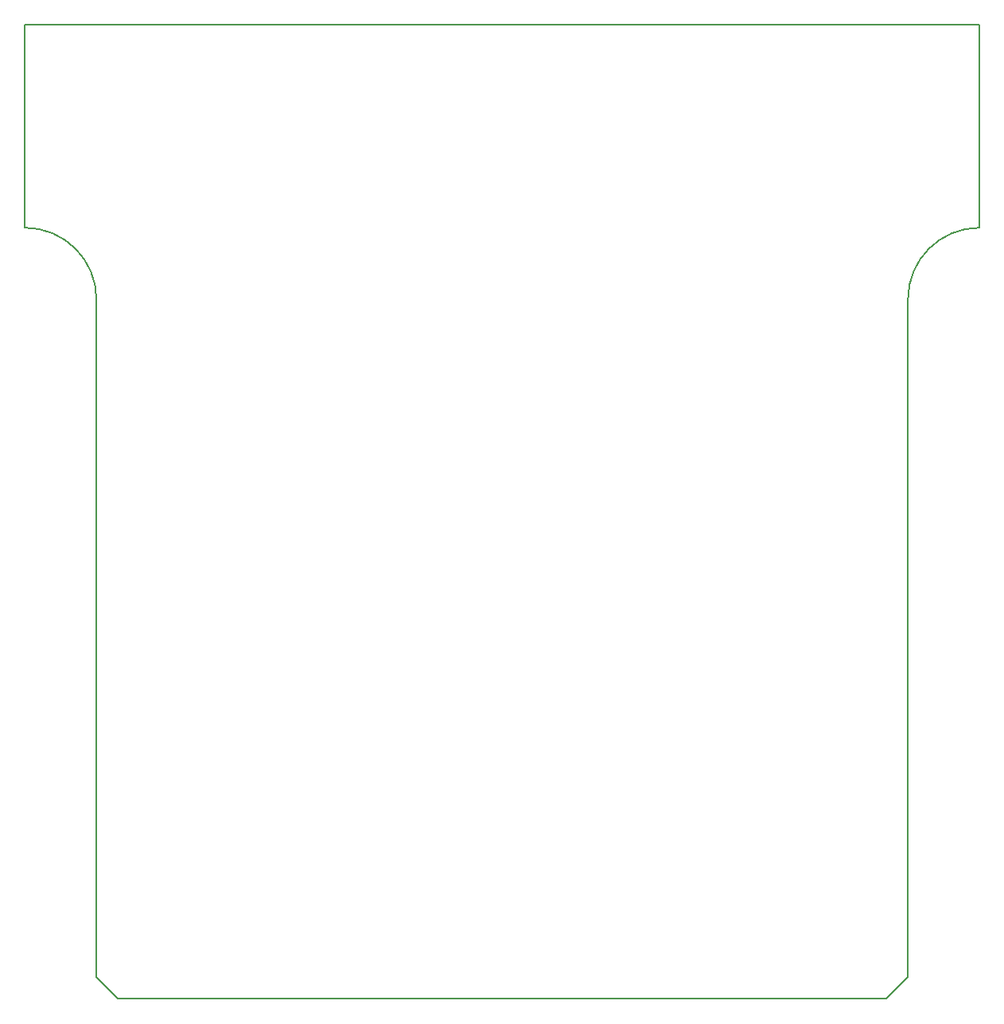
<source format=gbr>
G04 #@! TF.GenerationSoftware,KiCad,Pcbnew,5.1.2-f72e74a~84~ubuntu18.04.1*
G04 #@! TF.CreationDate,2019-08-21T00:14:30+02:00*
G04 #@! TF.ProjectId,Tuareg,54756172-6567-42e6-9b69-6361645f7063,rev?*
G04 #@! TF.SameCoordinates,Original*
G04 #@! TF.FileFunction,Profile,NP*
%FSLAX46Y46*%
G04 Gerber Fmt 4.6, Leading zero omitted, Abs format (unit mm)*
G04 Created by KiCad (PCBNEW 5.1.2-f72e74a~84~ubuntu18.04.1) date 2019-08-21 00:14:30*
%MOMM*%
%LPD*%
G04 APERTURE LIST*
%ADD10C,0.150000*%
%ADD11C,0.200000*%
G04 APERTURE END LIST*
D10*
X77724000Y-73406000D02*
G75*
G02X85344000Y-81026000I0J-7620000D01*
G01*
X171704000Y-81026000D02*
G75*
G02X179324000Y-73406000I7620000J0D01*
G01*
D11*
X171704000Y-153162000D02*
X171704000Y-81026000D01*
X169418000Y-155448000D02*
X171704000Y-153162000D01*
X87630000Y-155448000D02*
X169418000Y-155448000D01*
X87376000Y-155194000D02*
X87630000Y-155448000D01*
X85344000Y-153162000D02*
X87376000Y-155194000D01*
X85344000Y-81026000D02*
X85344000Y-153162000D01*
X77724000Y-51816000D02*
X77724000Y-73406000D01*
X179324000Y-51816000D02*
X179324000Y-73406000D01*
X77724000Y-51816000D02*
X179324000Y-51816000D01*
M02*

</source>
